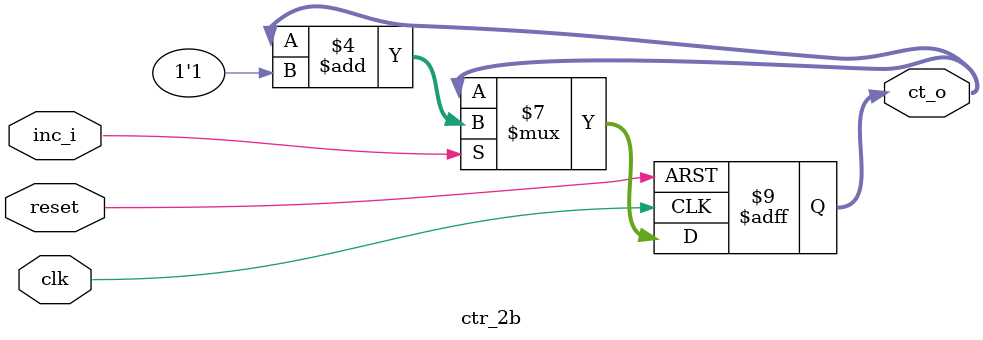
<source format=v>
`timescale 1ns / 1ps


module ctr_2b(
    clk,
    reset,
    inc_i,
    ct_o
    );
    input clk,reset,inc_i;
    output reg [1:0] ct_o;
    reg [1:0] next;
    initial begin
        ct_o <= 0;
    end
    always@(posedge clk or negedge reset) begin
       if(!reset) begin
          ct_o <= 0;  
       end else if(inc_i == 1'b1) begin
          ct_o <= ct_o + 1'b1;
       end else begin
          ct_o <= ct_o;
       end
    end

    
endmodule

</source>
